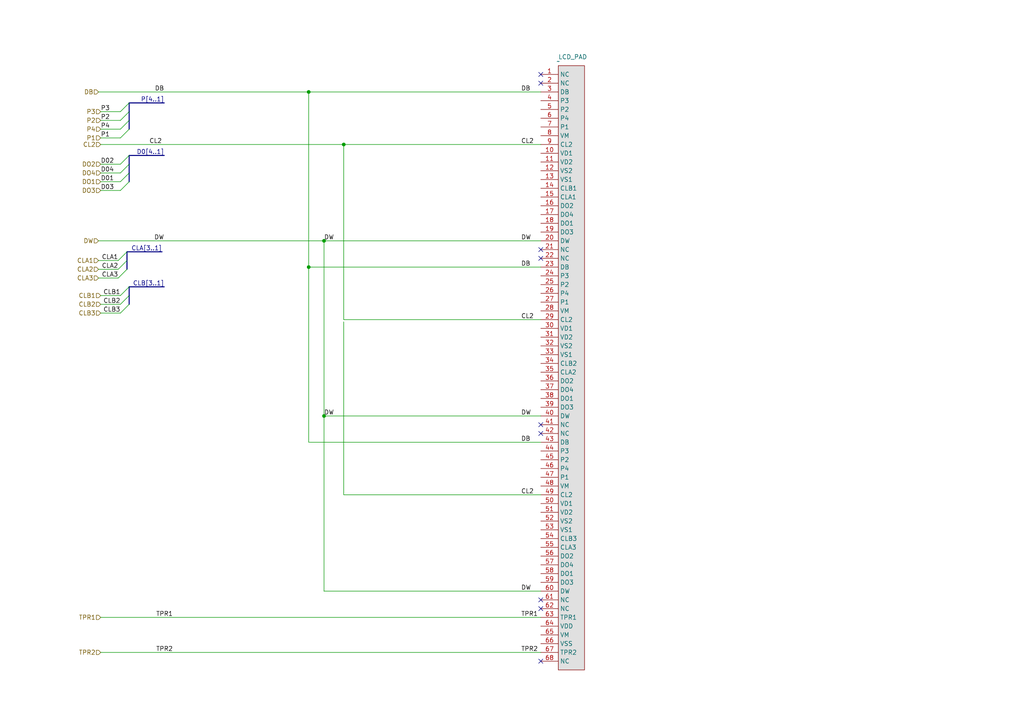
<source format=kicad_sch>
(kicad_sch (version 20230121) (generator eeschema)
  (paper "A4")
  (title_block (title "LCD Connection"))
  (lib_symbols
    (symbol "Game Gear Symbol Library:LCD_PAD_GG"
      (property "Reference" "CN" (at -3.81 88.9 0))
      (symbol "LCD_PAD_GG_0_1"
        (rectangle (start -3.81 87.63) (end 3.81 -87.63) (fill (type color) (color 132 132 132 0.2509803922)))
      )
      (symbol "LCD_PAD_GG_1_1"
        (pin passive line (at -8.89 85.09 0) (length 5.08) (name "NC") (number "1"))
        (pin passive line (at -8.89 62.23 0) (length 5.08) (name "VD1") (number "10"))
        (pin passive line (at -8.89 59.69 0) (length 5.08) (name "VD2") (number "11"))
        (pin passive line (at -8.89 57.15 0) (length 5.08) (name "VS2") (number "12"))
        (pin passive line (at -8.89 54.61 0) (length 5.08) (name "VS1") (number "13"))
        (pin passive line (at -8.89 52.07 0) (length 5.08) (name "CLB1") (number "14"))
        (pin passive line (at -8.89 49.53 0) (length 5.08) (name "CLA1") (number "15"))
        (pin passive line (at -8.89 46.99 0) (length 5.08) (name "DO2") (number "16"))
        (pin passive line (at -8.89 44.45 0) (length 5.08) (name "DO4") (number "17"))
        (pin passive line (at -8.89 41.91 0) (length 5.08) (name "DO1") (number "18"))
        (pin passive line (at -8.89 39.37 0) (length 5.08) (name "DO3") (number "19"))
        (pin passive line (at -8.89 82.55 0) (length 5.08) (name "NC") (number "2"))
        (pin passive line (at -8.89 36.83 0) (length 5.08) (name "DW") (number "20"))
        (pin passive line (at -8.89 34.29 0) (length 5.08) (name "NC") (number "21"))
        (pin passive line (at -8.89 31.75 0) (length 5.08) (name "NC") (number "22"))
        (pin passive line (at -8.89 29.21 0) (length 5.08) (name "DB") (number "23"))
        (pin passive line (at -8.89 26.67 0) (length 5.08) (name "P3") (number "24"))
        (pin passive line (at -8.89 24.13 0) (length 5.08) (name "P2") (number "25"))
        (pin passive line (at -8.89 21.59 0) (length 5.08) (name "P4") (number "26"))
        (pin passive line (at -8.89 19.05 0) (length 5.08) (name "P1") (number "27"))
        (pin passive line (at -8.89 16.51 0) (length 5.08) (name "VM") (number "28"))
        (pin passive line (at -8.89 13.97 0) (length 5.08) (name "CL2") (number "29"))
        (pin passive line (at -8.89 80.01 0) (length 5.08) (name "DB") (number "3"))
        (pin passive line (at -8.89 11.43 0) (length 5.08) (name "VD1") (number "30"))
        (pin passive line (at -8.89 8.89 0) (length 5.08) (name "VD2") (number "31"))
        (pin passive line (at -8.89 6.35 0) (length 5.08) (name "VS2") (number "32"))
        (pin passive line (at -8.89 3.81 0) (length 5.08) (name "VS1") (number "33"))
        (pin passive line (at -8.89 1.27 0) (length 5.08) (name "CLB2") (number "34"))
        (pin passive line (at -8.89 -1.27 0) (length 5.08) (name "CLA2") (number "35"))
        (pin passive line (at -8.89 -3.81 0) (length 5.08) (name "DO2") (number "36"))
        (pin passive line (at -8.89 -6.35 0) (length 5.08) (name "DO4") (number "37"))
        (pin passive line (at -8.89 -8.89 0) (length 5.08) (name "DO1") (number "38"))
        (pin passive line (at -8.89 -11.43 0) (length 5.08) (name "DO3") (number "39"))
        (pin passive line (at -8.89 77.47 0) (length 5.08) (name "P3") (number "4"))
        (pin passive line (at -8.89 -13.97 0) (length 5.08) (name "DW") (number "40"))
        (pin passive line (at -8.89 -16.51 0) (length 5.08) (name "NC") (number "41"))
        (pin passive line (at -8.89 -19.05 0) (length 5.08) (name "NC") (number "42"))
        (pin passive line (at -8.89 -21.59 0) (length 5.08) (name "DB") (number "43"))
        (pin passive line (at -8.89 -24.13 0) (length 5.08) (name "P3") (number "44"))
        (pin passive line (at -8.89 -26.67 0) (length 5.08) (name "P2") (number "45"))
        (pin passive line (at -8.89 -29.21 0) (length 5.08) (name "P4") (number "46"))
        (pin passive line (at -8.89 -31.75 0) (length 5.08) (name "P1") (number "47"))
        (pin passive line (at -8.89 -34.29 0) (length 5.08) (name "VM") (number "48"))
        (pin passive line (at -8.89 -36.83 0) (length 5.08) (name "CL2") (number "49"))
        (pin passive line (at -8.89 74.93 0) (length 5.08) (name "P2") (number "5"))
        (pin passive line (at -8.89 -39.37 0) (length 5.08) (name "VD1") (number "50"))
        (pin passive line (at -8.89 -41.91 0) (length 5.08) (name "VD2") (number "51"))
        (pin passive line (at -8.89 -44.45 0) (length 5.08) (name "VS2") (number "52"))
        (pin passive line (at -8.89 -46.99 0) (length 5.08) (name "VS1") (number "53"))
        (pin passive line (at -8.89 -49.53 0) (length 5.08) (name "CLB3") (number "54"))
        (pin passive line (at -8.89 -52.07 0) (length 5.08) (name "CLA3") (number "55"))
        (pin passive line (at -8.89 -54.61 0) (length 5.08) (name "DO2") (number "56"))
        (pin passive line (at -8.89 -57.15 0) (length 5.08) (name "DO4") (number "57"))
        (pin passive line (at -8.89 -59.69 0) (length 5.08) (name "DO1") (number "58"))
        (pin passive line (at -8.89 -62.23 0) (length 5.08) (name "DO3") (number "59"))
        (pin passive line (at -8.89 72.39 0) (length 5.08) (name "P4") (number "6"))
        (pin passive line (at -8.89 -64.77 0) (length 5.08) (name "DW") (number "60"))
        (pin passive line (at -8.89 -67.31 0) (length 5.08) (name "NC") (number "61"))
        (pin passive line (at -8.89 -69.85 0) (length 5.08) (name "NC") (number "62"))
        (pin passive line (at -8.89 -72.39 0) (length 5.08) (name "TPR1") (number "63"))
        (pin passive line (at -8.89 -74.93 0) (length 5.08) (name "VDD") (number "64"))
        (pin passive line (at -8.89 -77.47 0) (length 5.08) (name "VM") (number "65"))
        (pin passive line (at -8.89 -80.01 0) (length 5.08) (name "VSS") (number "66"))
        (pin passive line (at -8.89 -82.55 0) (length 5.08) (name "TPR2") (number "67"))
        (pin passive line (at -8.89 -85.09 0) (length 5.08) (name "NC") (number "68"))
        (pin passive line (at -8.89 69.85 0) (length 5.08) (name "P1") (number "7"))
        (pin passive line (at -8.89 67.31 0) (length 5.08) (name "VM") (number "8"))
        (pin passive line (at -8.89 64.77 0) (length 5.08) (name "CL2") (number "9"))
      )
    )
  )
  (junction (at 89.535 77.47))
  (junction (at 89.535 26.67))
  (junction (at 99.695 41.91))
  (junction (at 93.98 69.85))
  (junction (at 93.98 120.65))
  (no_connect (at 156.845 173.99))
  (no_connect (at 156.845 74.93))
  (no_connect (at 156.845 24.13))
  (no_connect (at 156.845 123.19))
  (no_connect (at 156.845 72.39))
  (no_connect (at 156.845 21.59))
  (no_connect (at 156.845 191.77))
  (no_connect (at 156.845 125.73))
  (no_connect (at 156.845 176.53))
  (bus_entry (at 34.925 50.165) (size 2.54 -2.54))
  (bus_entry (at 34.925 90.805) (size 2.54 -2.54))
  (bus_entry (at 34.29 75.565) (size 2.54 -2.54))
  (bus_entry (at 34.925 40.005) (size 2.54 -2.54))
  (bus_entry (at 34.925 34.925) (size 2.54 -2.54))
  (bus_entry (at 34.925 55.245) (size 2.54 -2.54))
  (bus_entry (at 34.29 78.105) (size 2.54 -2.54))
  (bus_entry (at 34.925 37.465) (size 2.54 -2.54))
  (bus_entry (at 34.925 85.725) (size 2.54 -2.54))
  (bus_entry (at 34.29 80.645) (size 2.54 -2.54))
  (bus_entry (at 34.925 32.385) (size 2.54 -2.54))
  (bus_entry (at 34.925 88.265) (size 2.54 -2.54))
  (bus_entry (at 34.925 52.705) (size 2.54 -2.54))
  (bus_entry (at 34.925 47.625) (size 2.54 -2.54))
  (bus (pts (xy 37.465 50.165) (xy 37.465 47.625)))
  (bus (pts (xy 37.465 37.465) (xy 37.465 34.925)))
  (wire (pts (xy 89.535 77.47) (xy 89.535 26.67)))
  (wire (pts (xy 29.21 189.23) (xy 156.845 189.23)))
  (bus (pts (xy 36.83 78.105) (xy 36.83 75.565)))
  (wire (pts (xy 89.535 128.27) (xy 89.535 77.47)))
  (bus (pts (xy 36.83 75.565) (xy 36.83 73.025)))
  (wire (pts (xy 29.21 55.245) (xy 34.925 55.245)))
  (wire (pts (xy 29.21 52.705) (xy 34.925 52.705)))
  (wire (pts (xy 29.21 50.165) (xy 34.925 50.165)))
  (wire (pts (xy 93.98 171.45) (xy 156.845 171.45)))
  (wire (pts (xy 93.98 120.65) (xy 156.845 120.65)))
  (bus (pts (xy 36.83 73.025) (xy 46.99 73.025)))
  (wire (pts (xy 29.21 90.805) (xy 34.925 90.805)))
  (wire (pts (xy 29.21 41.91) (xy 99.695 41.91)))
  (wire (pts (xy 29.21 88.265) (xy 34.925 88.265)))
  (bus (pts (xy 37.465 83.185) (xy 47.625 83.185)))
  (bus (pts (xy 37.465 52.705) (xy 37.465 50.165)))
  (wire (pts (xy 29.21 179.07) (xy 156.845 179.07)))
  (bus (pts (xy 37.465 45.085) (xy 47.625 45.085)))
  (wire (pts (xy 29.21 85.725) (xy 34.925 85.725)))
  (bus (pts (xy 37.465 34.925) (xy 37.465 32.385)))
  (bus (pts (xy 37.465 29.845) (xy 37.465 32.385)))
  (wire (pts (xy 28.575 80.645) (xy 34.29 80.645)))
  (wire (pts (xy 29.21 32.385) (xy 34.925 32.385)))
  (wire (pts (xy 29.21 47.625) (xy 34.925 47.625)))
  (wire (pts (xy 29.21 40.005) (xy 34.925 40.005)))
  (wire (pts (xy 29.21 37.465) (xy 34.925 37.465)))
  (wire (pts (xy 99.695 41.91) (xy 156.845 41.91)))
  (wire (pts (xy 93.98 120.65) (xy 93.98 171.45)))
  (bus (pts (xy 37.465 88.265) (xy 37.465 85.725)))
  (wire (pts (xy 28.575 26.67) (xy 89.535 26.67)))
  (wire (pts (xy 89.535 77.47) (xy 156.845 77.47)))
  (wire (pts (xy 28.575 78.105) (xy 34.29 78.105)))
  (wire (pts (xy 29.21 34.925) (xy 34.925 34.925)))
  (wire (pts (xy 89.535 128.27) (xy 156.845 128.27)))
  (wire (pts (xy 93.98 69.85) (xy 156.845 69.85)))
  (wire (pts (xy 99.695 93.345) (xy 99.695 143.51)))
  (bus (pts (xy 37.465 29.845) (xy 47.625 29.845)))
  (wire (pts (xy 89.535 26.67) (xy 156.845 26.67)))
  (wire (pts (xy 99.695 143.51) (xy 156.845 143.51)))
  (wire (pts (xy 99.695 41.91) (xy 99.695 92.71)))
  (bus (pts (xy 37.465 45.085) (xy 37.465 47.625)))
  (wire (pts (xy 99.695 92.71) (xy 156.845 92.71)))
  (wire (pts (xy 28.575 75.565) (xy 34.29 75.565)))
  (wire (pts (xy 93.98 120.65) (xy 93.98 69.85)))
  (bus (pts (xy 37.465 85.725) (xy 37.465 83.185)))
  (wire (pts (xy 28.575 69.85) (xy 93.98 69.85)))
  (label "CLB[3..1]" (at 47.625 83.185 180))
  (label "DW" (at 93.98 120.65 0))
  (label "DW" (at 93.98 69.85 0))
  (label "P2" (at 29.21 34.925 0))
  (label "TPR2" (at 151.13 189.23 0))
  (label "P[4..1]" (at 47.625 29.845 180))
  (label "D04" (at 29.21 50.165 0))
  (label "CL2" (at 151.13 92.71 0))
  (label "DB" (at 151.13 77.47 0))
  (label "CLA1" (at 34.29 75.565 180))
  (label "D03" (at 29.21 55.245 0))
  (label "CL2" (at 151.13 41.91 0))
  (label "CLA[3..1]" (at 46.99 73.025 180))
  (label "DW" (at 47.625 69.85 180))
  (label "P3" (at 29.21 32.385 0))
  (label "TPR2" (at 50.165 189.23 180))
  (label "D02" (at 29.21 47.625 0))
  (label "CLA3" (at 34.29 80.645 180))
  (label "CLA2" (at 34.29 78.105 180))
  (label "DB" (at 151.13 26.67 0))
  (label "TPR1" (at 151.13 179.07 0))
  (label "DB" (at 47.625 26.67 180))
  (label "CL2" (at 151.13 143.51 0))
  (label "DW" (at 151.13 171.45 0))
  (label "CL2" (at 46.99 41.91 180))
  (label "DW" (at 151.13 69.85 0))
  (label "CLB3" (at 34.925 90.805 180))
  (label "P1" (at 29.21 40.005 0))
  (label "CLB2" (at 34.925 88.265 180))
  (label "DW" (at 151.13 120.65 0))
  (label "TPR1" (at 50.165 179.07 180))
  (label "D0[4..1]" (at 47.625 45.085 180))
  (label "CLB1" (at 34.925 85.725 180))
  (label "DB" (at 151.13 128.27 0))
  (label "P4" (at 29.21 37.465 0))
  (label "D01" (at 29.21 52.705 0))
  (hierarchical_label "P2" (shape input) (at 29.21 34.925 180))
  (hierarchical_label "CLA1" (shape input) (at 28.575 75.565 180))
  (hierarchical_label "CLB1" (shape input) (at 29.21 85.725 180))
  (hierarchical_label "TPR2" (shape input) (at 29.21 189.23 180))
  (hierarchical_label "TPR1" (shape input) (at 29.21 179.07 180))
  (hierarchical_label "CLB3" (shape input) (at 29.21 90.805 180))
  (hierarchical_label "DO3" (shape input) (at 29.21 55.245 180))
  (hierarchical_label "DB" (shape input) (at 28.575 26.67 180))
  (hierarchical_label "P4" (shape input) (at 29.21 37.465 180))
  (hierarchical_label "DW" (shape input) (at 28.575 69.85 180))
  (hierarchical_label "DO2" (shape input) (at 29.21 47.625 180))
  (hierarchical_label "DO1" (shape input) (at 29.21 52.705 180))
  (hierarchical_label "P1" (shape input) (at 29.21 40.005 180))
  (hierarchical_label "CLA3" (shape input) (at 28.575 80.645 180))
  (hierarchical_label "CL2" (shape input) (at 29.21 41.91 180))
  (hierarchical_label "P3" (shape input) (at 29.21 32.385 180))
  (hierarchical_label "CLA2" (shape input) (at 28.575 78.105 180))
  (hierarchical_label "DO4" (shape input) (at 29.21 50.165 180))
  (hierarchical_label "CLB2" (shape input) (at 29.21 88.265 180))
  (symbol (lib_id "Game Gear Symbol Library:LCD_PAD_GG") (at 165.735 106.68 0) (unit 1)
    (property "Reference" "LCD_PAD" (at 161.925 16.51 0) (effects (justify left)))
    (property "Value" "~" (at 161.925 17.78 0))
    (instances (project "Game Gear VA1" (path "" (reference "LCD_PAD") (unit 1)) (path "" (reference "LCD_PAD1") (unit 1))))
  )
)
</source>
